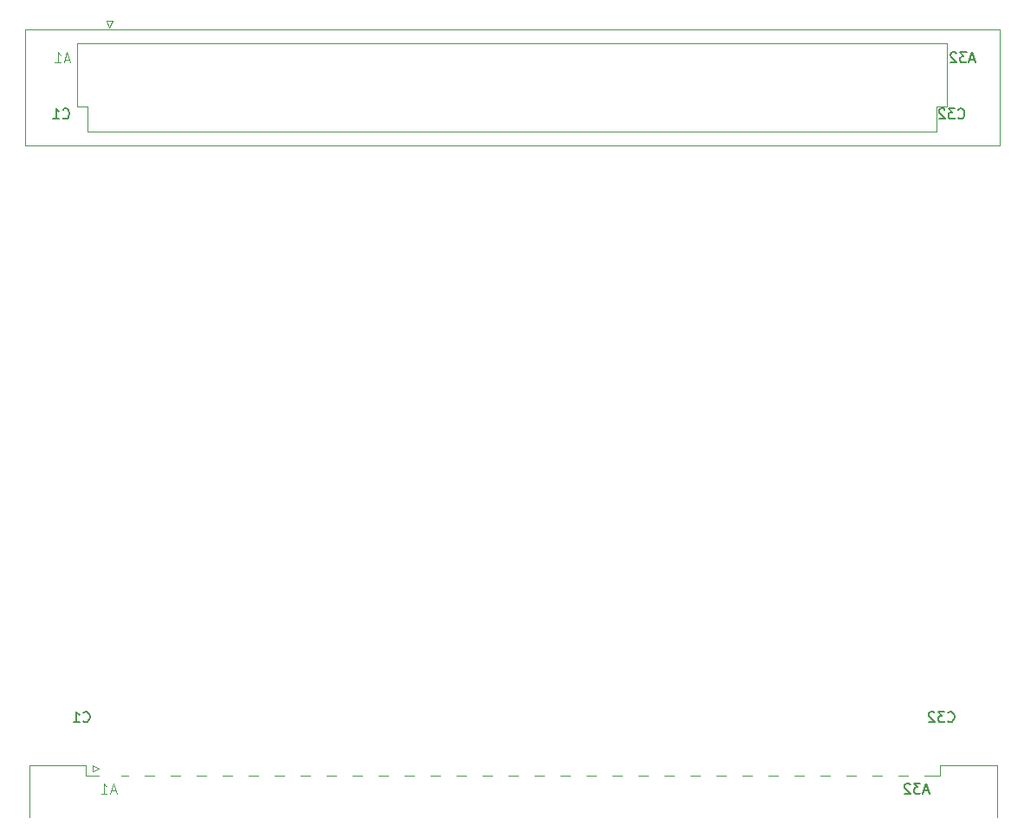
<source format=gbr>
%TF.GenerationSoftware,KiCad,Pcbnew,9.0.6*%
%TF.CreationDate,2025-12-23T22:05:24+01:00*%
%TF.ProjectId,MVME712M_P2_Adapter,4d564d45-3731-4324-9d5f-50325f416461,rev?*%
%TF.SameCoordinates,Original*%
%TF.FileFunction,Legend,Bot*%
%TF.FilePolarity,Positive*%
%FSLAX46Y46*%
G04 Gerber Fmt 4.6, Leading zero omitted, Abs format (unit mm)*
G04 Created by KiCad (PCBNEW 9.0.6) date 2025-12-23 22:05:24*
%MOMM*%
%LPD*%
G01*
G04 APERTURE LIST*
%ADD10C,0.150000*%
%ADD11C,0.100000*%
%ADD12C,0.120000*%
G04 APERTURE END LIST*
D10*
X127591792Y-103774580D02*
X127639411Y-103822200D01*
X127639411Y-103822200D02*
X127782268Y-103869819D01*
X127782268Y-103869819D02*
X127877506Y-103869819D01*
X127877506Y-103869819D02*
X128020363Y-103822200D01*
X128020363Y-103822200D02*
X128115601Y-103726961D01*
X128115601Y-103726961D02*
X128163220Y-103631723D01*
X128163220Y-103631723D02*
X128210839Y-103441247D01*
X128210839Y-103441247D02*
X128210839Y-103298390D01*
X128210839Y-103298390D02*
X128163220Y-103107914D01*
X128163220Y-103107914D02*
X128115601Y-103012676D01*
X128115601Y-103012676D02*
X128020363Y-102917438D01*
X128020363Y-102917438D02*
X127877506Y-102869819D01*
X127877506Y-102869819D02*
X127782268Y-102869819D01*
X127782268Y-102869819D02*
X127639411Y-102917438D01*
X127639411Y-102917438D02*
X127591792Y-102965057D01*
X127258458Y-102869819D02*
X126639411Y-102869819D01*
X126639411Y-102869819D02*
X126972744Y-103250771D01*
X126972744Y-103250771D02*
X126829887Y-103250771D01*
X126829887Y-103250771D02*
X126734649Y-103298390D01*
X126734649Y-103298390D02*
X126687030Y-103346009D01*
X126687030Y-103346009D02*
X126639411Y-103441247D01*
X126639411Y-103441247D02*
X126639411Y-103679342D01*
X126639411Y-103679342D02*
X126687030Y-103774580D01*
X126687030Y-103774580D02*
X126734649Y-103822200D01*
X126734649Y-103822200D02*
X126829887Y-103869819D01*
X126829887Y-103869819D02*
X127115601Y-103869819D01*
X127115601Y-103869819D02*
X127210839Y-103822200D01*
X127210839Y-103822200D02*
X127258458Y-103774580D01*
X126258458Y-102965057D02*
X126210839Y-102917438D01*
X126210839Y-102917438D02*
X126115601Y-102869819D01*
X126115601Y-102869819D02*
X125877506Y-102869819D01*
X125877506Y-102869819D02*
X125782268Y-102917438D01*
X125782268Y-102917438D02*
X125734649Y-102965057D01*
X125734649Y-102965057D02*
X125687030Y-103060295D01*
X125687030Y-103060295D02*
X125687030Y-103155533D01*
X125687030Y-103155533D02*
X125734649Y-103298390D01*
X125734649Y-103298390D02*
X126306077Y-103869819D01*
X126306077Y-103869819D02*
X125687030Y-103869819D01*
X130210839Y-39084104D02*
X129734649Y-39084104D01*
X130306077Y-39369819D02*
X129972744Y-38369819D01*
X129972744Y-38369819D02*
X129639411Y-39369819D01*
X129401315Y-38369819D02*
X128782268Y-38369819D01*
X128782268Y-38369819D02*
X129115601Y-38750771D01*
X129115601Y-38750771D02*
X128972744Y-38750771D01*
X128972744Y-38750771D02*
X128877506Y-38798390D01*
X128877506Y-38798390D02*
X128829887Y-38846009D01*
X128829887Y-38846009D02*
X128782268Y-38941247D01*
X128782268Y-38941247D02*
X128782268Y-39179342D01*
X128782268Y-39179342D02*
X128829887Y-39274580D01*
X128829887Y-39274580D02*
X128877506Y-39322200D01*
X128877506Y-39322200D02*
X128972744Y-39369819D01*
X128972744Y-39369819D02*
X129258458Y-39369819D01*
X129258458Y-39369819D02*
X129353696Y-39322200D01*
X129353696Y-39322200D02*
X129401315Y-39274580D01*
X128401315Y-38465057D02*
X128353696Y-38417438D01*
X128353696Y-38417438D02*
X128258458Y-38369819D01*
X128258458Y-38369819D02*
X128020363Y-38369819D01*
X128020363Y-38369819D02*
X127925125Y-38417438D01*
X127925125Y-38417438D02*
X127877506Y-38465057D01*
X127877506Y-38465057D02*
X127829887Y-38560295D01*
X127829887Y-38560295D02*
X127829887Y-38655533D01*
X127829887Y-38655533D02*
X127877506Y-38798390D01*
X127877506Y-38798390D02*
X128448934Y-39369819D01*
X128448934Y-39369819D02*
X127829887Y-39369819D01*
X43091792Y-103774580D02*
X43139411Y-103822200D01*
X43139411Y-103822200D02*
X43282268Y-103869819D01*
X43282268Y-103869819D02*
X43377506Y-103869819D01*
X43377506Y-103869819D02*
X43520363Y-103822200D01*
X43520363Y-103822200D02*
X43615601Y-103726961D01*
X43615601Y-103726961D02*
X43663220Y-103631723D01*
X43663220Y-103631723D02*
X43710839Y-103441247D01*
X43710839Y-103441247D02*
X43710839Y-103298390D01*
X43710839Y-103298390D02*
X43663220Y-103107914D01*
X43663220Y-103107914D02*
X43615601Y-103012676D01*
X43615601Y-103012676D02*
X43520363Y-102917438D01*
X43520363Y-102917438D02*
X43377506Y-102869819D01*
X43377506Y-102869819D02*
X43282268Y-102869819D01*
X43282268Y-102869819D02*
X43139411Y-102917438D01*
X43139411Y-102917438D02*
X43091792Y-102965057D01*
X42139411Y-103869819D02*
X42710839Y-103869819D01*
X42425125Y-103869819D02*
X42425125Y-102869819D01*
X42425125Y-102869819D02*
X42520363Y-103012676D01*
X42520363Y-103012676D02*
X42615601Y-103107914D01*
X42615601Y-103107914D02*
X42710839Y-103155533D01*
X125710839Y-110584104D02*
X125234649Y-110584104D01*
X125806077Y-110869819D02*
X125472744Y-109869819D01*
X125472744Y-109869819D02*
X125139411Y-110869819D01*
X124901315Y-109869819D02*
X124282268Y-109869819D01*
X124282268Y-109869819D02*
X124615601Y-110250771D01*
X124615601Y-110250771D02*
X124472744Y-110250771D01*
X124472744Y-110250771D02*
X124377506Y-110298390D01*
X124377506Y-110298390D02*
X124329887Y-110346009D01*
X124329887Y-110346009D02*
X124282268Y-110441247D01*
X124282268Y-110441247D02*
X124282268Y-110679342D01*
X124282268Y-110679342D02*
X124329887Y-110774580D01*
X124329887Y-110774580D02*
X124377506Y-110822200D01*
X124377506Y-110822200D02*
X124472744Y-110869819D01*
X124472744Y-110869819D02*
X124758458Y-110869819D01*
X124758458Y-110869819D02*
X124853696Y-110822200D01*
X124853696Y-110822200D02*
X124901315Y-110774580D01*
X123901315Y-109965057D02*
X123853696Y-109917438D01*
X123853696Y-109917438D02*
X123758458Y-109869819D01*
X123758458Y-109869819D02*
X123520363Y-109869819D01*
X123520363Y-109869819D02*
X123425125Y-109917438D01*
X123425125Y-109917438D02*
X123377506Y-109965057D01*
X123377506Y-109965057D02*
X123329887Y-110060295D01*
X123329887Y-110060295D02*
X123329887Y-110155533D01*
X123329887Y-110155533D02*
X123377506Y-110298390D01*
X123377506Y-110298390D02*
X123948934Y-110869819D01*
X123948934Y-110869819D02*
X123329887Y-110869819D01*
D11*
X46243734Y-110586704D02*
X45767544Y-110586704D01*
X46338972Y-110872419D02*
X46005639Y-109872419D01*
X46005639Y-109872419D02*
X45672306Y-110872419D01*
X44815163Y-110872419D02*
X45386591Y-110872419D01*
X45100877Y-110872419D02*
X45100877Y-109872419D01*
X45100877Y-109872419D02*
X45196115Y-110015276D01*
X45196115Y-110015276D02*
X45291353Y-110110514D01*
X45291353Y-110110514D02*
X45386591Y-110158133D01*
D10*
X128591792Y-44774580D02*
X128639411Y-44822200D01*
X128639411Y-44822200D02*
X128782268Y-44869819D01*
X128782268Y-44869819D02*
X128877506Y-44869819D01*
X128877506Y-44869819D02*
X129020363Y-44822200D01*
X129020363Y-44822200D02*
X129115601Y-44726961D01*
X129115601Y-44726961D02*
X129163220Y-44631723D01*
X129163220Y-44631723D02*
X129210839Y-44441247D01*
X129210839Y-44441247D02*
X129210839Y-44298390D01*
X129210839Y-44298390D02*
X129163220Y-44107914D01*
X129163220Y-44107914D02*
X129115601Y-44012676D01*
X129115601Y-44012676D02*
X129020363Y-43917438D01*
X129020363Y-43917438D02*
X128877506Y-43869819D01*
X128877506Y-43869819D02*
X128782268Y-43869819D01*
X128782268Y-43869819D02*
X128639411Y-43917438D01*
X128639411Y-43917438D02*
X128591792Y-43965057D01*
X128258458Y-43869819D02*
X127639411Y-43869819D01*
X127639411Y-43869819D02*
X127972744Y-44250771D01*
X127972744Y-44250771D02*
X127829887Y-44250771D01*
X127829887Y-44250771D02*
X127734649Y-44298390D01*
X127734649Y-44298390D02*
X127687030Y-44346009D01*
X127687030Y-44346009D02*
X127639411Y-44441247D01*
X127639411Y-44441247D02*
X127639411Y-44679342D01*
X127639411Y-44679342D02*
X127687030Y-44774580D01*
X127687030Y-44774580D02*
X127734649Y-44822200D01*
X127734649Y-44822200D02*
X127829887Y-44869819D01*
X127829887Y-44869819D02*
X128115601Y-44869819D01*
X128115601Y-44869819D02*
X128210839Y-44822200D01*
X128210839Y-44822200D02*
X128258458Y-44774580D01*
X127258458Y-43965057D02*
X127210839Y-43917438D01*
X127210839Y-43917438D02*
X127115601Y-43869819D01*
X127115601Y-43869819D02*
X126877506Y-43869819D01*
X126877506Y-43869819D02*
X126782268Y-43917438D01*
X126782268Y-43917438D02*
X126734649Y-43965057D01*
X126734649Y-43965057D02*
X126687030Y-44060295D01*
X126687030Y-44060295D02*
X126687030Y-44155533D01*
X126687030Y-44155533D02*
X126734649Y-44298390D01*
X126734649Y-44298390D02*
X127306077Y-44869819D01*
X127306077Y-44869819D02*
X126687030Y-44869819D01*
D11*
X41743734Y-39086704D02*
X41267544Y-39086704D01*
X41838972Y-39372419D02*
X41505639Y-38372419D01*
X41505639Y-38372419D02*
X41172306Y-39372419D01*
X40315163Y-39372419D02*
X40886591Y-39372419D01*
X40600877Y-39372419D02*
X40600877Y-38372419D01*
X40600877Y-38372419D02*
X40696115Y-38515276D01*
X40696115Y-38515276D02*
X40791353Y-38610514D01*
X40791353Y-38610514D02*
X40886591Y-38658133D01*
D10*
X41091792Y-44774580D02*
X41139411Y-44822200D01*
X41139411Y-44822200D02*
X41282268Y-44869819D01*
X41282268Y-44869819D02*
X41377506Y-44869819D01*
X41377506Y-44869819D02*
X41520363Y-44822200D01*
X41520363Y-44822200D02*
X41615601Y-44726961D01*
X41615601Y-44726961D02*
X41663220Y-44631723D01*
X41663220Y-44631723D02*
X41710839Y-44441247D01*
X41710839Y-44441247D02*
X41710839Y-44298390D01*
X41710839Y-44298390D02*
X41663220Y-44107914D01*
X41663220Y-44107914D02*
X41615601Y-44012676D01*
X41615601Y-44012676D02*
X41520363Y-43917438D01*
X41520363Y-43917438D02*
X41377506Y-43869819D01*
X41377506Y-43869819D02*
X41282268Y-43869819D01*
X41282268Y-43869819D02*
X41139411Y-43917438D01*
X41139411Y-43917438D02*
X41091792Y-43965057D01*
X40139411Y-44869819D02*
X40710839Y-44869819D01*
X40425125Y-44869819D02*
X40425125Y-43869819D01*
X40425125Y-43869819D02*
X40520363Y-44012676D01*
X40520363Y-44012676D02*
X40615601Y-44107914D01*
X40615601Y-44107914D02*
X40710839Y-44155533D01*
D12*
%TO.C,P2*%
X37837000Y-108136000D02*
X43357000Y-108136000D01*
X37837000Y-113196000D02*
X37837000Y-108136000D01*
X43357000Y-108136000D02*
X43357000Y-109136000D01*
X43357000Y-109136000D02*
X44632000Y-109136000D01*
X44032000Y-108096000D02*
X44632000Y-108396000D01*
X44032000Y-108696000D02*
X44032000Y-108096000D01*
X44632000Y-108396000D02*
X44032000Y-108696000D01*
X46822000Y-109136000D02*
X47460000Y-109136000D01*
X49074000Y-109136000D02*
X50000000Y-109136000D01*
X51614000Y-109136000D02*
X52540000Y-109136000D01*
X54154000Y-109136000D02*
X55080000Y-109136000D01*
X56694000Y-109136000D02*
X57620000Y-109136000D01*
X59234000Y-109136000D02*
X60160000Y-109136000D01*
X61774000Y-109136000D02*
X62700000Y-109136000D01*
X64314000Y-109136000D02*
X65240000Y-109136000D01*
X66854000Y-109136000D02*
X67780000Y-109136000D01*
X69394000Y-109136000D02*
X70320000Y-109136000D01*
X71934000Y-109136000D02*
X72860000Y-109136000D01*
X74474000Y-109136000D02*
X75400000Y-109136000D01*
X77014000Y-109136000D02*
X77940000Y-109136000D01*
X79554000Y-109136000D02*
X80480000Y-109136000D01*
X82094000Y-109136000D02*
X83020000Y-109136000D01*
X84634000Y-109136000D02*
X85560000Y-109136000D01*
X87174000Y-109136000D02*
X88100000Y-109136000D01*
X89714000Y-109136000D02*
X90640000Y-109136000D01*
X92254000Y-109136000D02*
X93180000Y-109136000D01*
X94794000Y-109136000D02*
X95720000Y-109136000D01*
X97334000Y-109136000D02*
X98260000Y-109136000D01*
X99874000Y-109136000D02*
X100800000Y-109136000D01*
X102414000Y-109136000D02*
X103340000Y-109136000D01*
X104954000Y-109136000D02*
X105880000Y-109136000D01*
X107494000Y-109136000D02*
X108420000Y-109136000D01*
X110034000Y-109136000D02*
X110960000Y-109136000D01*
X112574000Y-109136000D02*
X113500000Y-109136000D01*
X115114000Y-109136000D02*
X116040000Y-109136000D01*
X117654000Y-109136000D02*
X118580000Y-109136000D01*
X120194000Y-109136000D02*
X121120000Y-109136000D01*
X122734000Y-109136000D02*
X123660000Y-109136000D01*
X125274000Y-109136000D02*
X126837000Y-109136000D01*
X126837000Y-108136000D02*
X126837000Y-109136000D01*
X132357000Y-108136000D02*
X126837000Y-108136000D01*
X132357000Y-113196000D02*
X132357000Y-108136000D01*
%TO.C,J2*%
X37390000Y-36140000D02*
X37390000Y-47460000D01*
X37390000Y-47460000D02*
X132610000Y-47460000D01*
X42500000Y-37450000D02*
X42500000Y-43650000D01*
X42500000Y-43650000D02*
X43500000Y-43650000D01*
X43500000Y-43650000D02*
X43500000Y-46150000D01*
X43500000Y-46150000D02*
X126500000Y-46150000D01*
X45330000Y-35270000D02*
X45930000Y-35270000D01*
X45630000Y-35950000D02*
X45330000Y-35270000D01*
X45930000Y-35270000D02*
X45630000Y-35950000D01*
X126500000Y-43650000D02*
X127500000Y-43650000D01*
X126500000Y-46150000D02*
X126500000Y-43650000D01*
X127500000Y-37450000D02*
X42500000Y-37450000D01*
X127500000Y-43650000D02*
X127500000Y-37450000D01*
X132610000Y-36140000D02*
X37390000Y-36140000D01*
X132610000Y-47460000D02*
X132610000Y-36140000D01*
%TD*%
M02*

</source>
